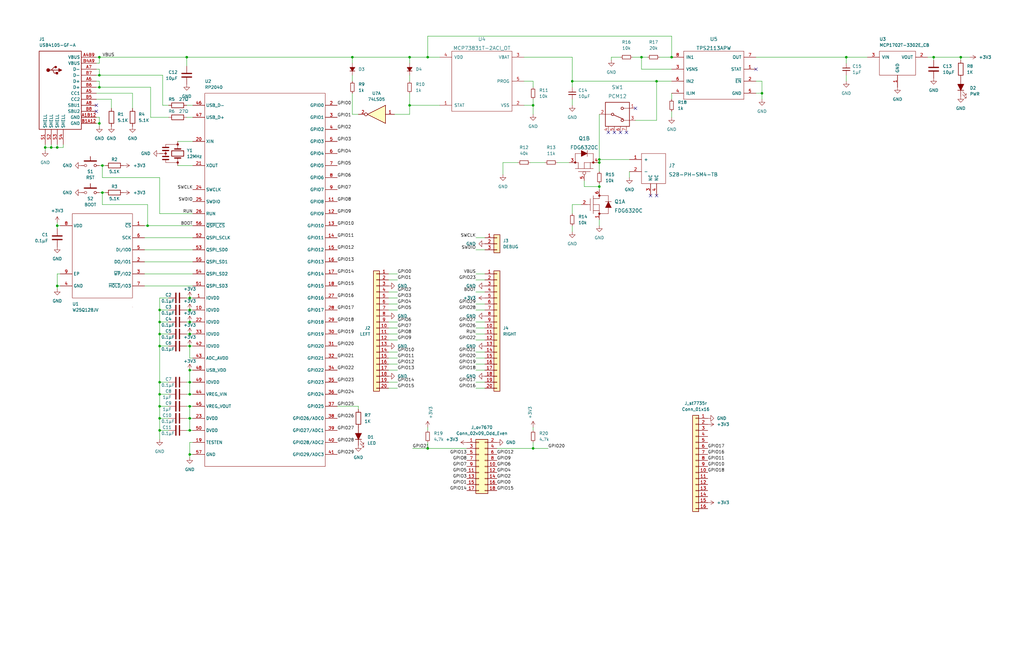
<source format=kicad_sch>
(kicad_sch (version 20211123) (generator eeschema)
  (paper "USLedger")
  (title_block (title "ENGR3430 final_proj_basedon_mp3") (date "2022-09-22") (company "Olin College of Engineering"))
  (junction (at 67.31 130.81))
  (junction (at 283.21 24.13))
  (junction (at 252.73 78.74))
  (junction (at 67.31 146.05))
  (junction (at 180.34 24.13))
  (junction (at 80.01 125.73))
  (junction (at 172.72 44.45))
  (junction (at 67.31 171.45))
  (junction (at 80.01 156.21))
  (junction (at 41.91 24.13))
  (junction (at 148.59 24.13))
  (junction (at 41.91 36.83))
  (junction (at 19.05 62.23))
  (junction (at 80.01 176.53))
  (junction (at 172.72 24.13))
  (junction (at 41.91 52.07))
  (junction (at 405.13 24.13))
  (junction (at 180.34 189.23))
  (junction (at 276.86 34.29))
  (junction (at 356.87 24.13))
  (junction (at 67.31 161.29))
  (junction (at 80.01 166.37))
  (junction (at 78.74 24.13))
  (junction (at 80.01 135.89))
  (junction (at 80.01 140.97))
  (junction (at 67.31 140.97))
  (junction (at 224.79 44.45))
  (junction (at 80.01 191.77))
  (junction (at 80.01 171.45))
  (junction (at 252.73 68.58))
  (junction (at 393.7 24.13))
  (junction (at 21.59 62.23))
  (junction (at 80.01 181.61))
  (junction (at 67.31 176.53))
  (junction (at 80.01 161.29))
  (junction (at 43.18 69.85))
  (junction (at 80.01 146.05))
  (junction (at 24.13 120.65))
  (junction (at 43.18 81.28))
  (junction (at 252.73 67.31))
  (junction (at 224.79 189.23))
  (junction (at 62.23 95.25))
  (junction (at 24.13 95.25))
  (junction (at 67.31 181.61))
  (junction (at 321.31 39.37))
  (junction (at 24.13 62.23))
  (junction (at 270.51 24.13))
  (junction (at 41.91 31.75))
  (junction (at 67.31 166.37))
  (junction (at 241.3 34.29))
  (junction (at 80.01 130.81))
  (junction (at 67.31 135.89))
  (no_connect (at 40.64 46.99))
  (no_connect (at 40.64 44.45))
  (no_connect (at 261.62 55.88))
  (no_connect (at 256.54 55.88))
  (no_connect (at 259.08 55.88))
  (no_connect (at 267.97 45.72))
  (no_connect (at 264.16 55.88))
  (no_connect (at 274.32 82.55))
  (no_connect (at 276.86 82.55))
  (no_connect (at 318.77 29.21))
  (wire (pts (xy 356.87 24.13) (xy 365.76 24.13)))
  (wire (pts (xy 78.74 146.05) (xy 80.01 146.05)))
  (wire (pts (xy 67.31 130.81) (xy 71.12 130.81)))
  (wire (pts (xy 78.74 140.97) (xy 80.01 140.97)))
  (wire (pts (xy 167.64 156.21) (xy 163.83 156.21)))
  (wire (pts (xy 67.31 146.05) (xy 67.31 140.97)))
  (wire (pts (xy 200.66 156.21) (xy 204.47 156.21)))
  (wire (pts (xy 40.64 36.83) (xy 41.91 36.83)))
  (wire (pts (xy 212.09 68.58) (xy 212.09 73.66)))
  (wire (pts (xy 68.58 31.75) (xy 68.58 44.45)))
  (wire (pts (xy 252.73 77.47) (xy 252.73 78.74)))
  (wire (pts (xy 180.34 15.24) (xy 283.21 15.24)))
  (wire (pts (xy 252.73 48.26) (xy 252.73 67.31)))
  (wire (pts (xy 41.91 36.83) (xy 63.5 36.83)))
  (wire (pts (xy 270.51 24.13) (xy 273.05 24.13)))
  (wire (pts (xy 80.01 166.37) (xy 81.28 166.37)))
  (wire (pts (xy 68.58 44.45) (xy 71.12 44.45)))
  (wire (pts (xy 356.87 31.75) (xy 356.87 34.29)))
  (wire (pts (xy 261.62 24.13) (xy 257.81 24.13)))
  (wire (pts (xy 200.66 148.59) (xy 204.47 148.59)))
  (wire (pts (xy 172.72 44.45) (xy 185.42 44.45)))
  (wire (pts (xy 148.59 24.13) (xy 148.59 26.67)))
  (wire (pts (xy 318.77 24.13) (xy 356.87 24.13)))
  (wire (pts (xy 62.23 86.36) (xy 62.23 95.25)))
  (wire (pts (xy 24.13 62.23) (xy 26.67 62.23)))
  (wire (pts (xy 67.31 166.37) (xy 67.31 161.29)))
  (wire (pts (xy 67.31 161.29) (xy 71.12 161.29)))
  (wire (pts (xy 270.51 24.13) (xy 270.51 29.21)))
  (wire (pts (xy 19.05 60.96) (xy 19.05 62.23)))
  (wire (pts (xy 43.18 86.36) (xy 62.23 86.36)))
  (wire (pts (xy 167.64 115.57) (xy 163.83 115.57)))
  (wire (pts (xy 200.66 153.67) (xy 204.47 153.67)))
  (wire (pts (xy 41.91 49.53) (xy 41.91 52.07)))
  (wire (pts (xy 80.01 146.05) (xy 81.28 146.05)))
  (wire (pts (xy 393.7 24.13) (xy 405.13 24.13)))
  (wire (pts (xy 41.91 36.83) (xy 41.91 34.29)))
  (wire (pts (xy 276.86 34.29) (xy 283.21 34.29)))
  (wire (pts (xy 200.66 135.89) (xy 204.47 135.89)))
  (wire (pts (xy 80.01 171.45) (xy 80.01 176.53)))
  (wire (pts (xy 40.64 29.21) (xy 41.91 29.21)))
  (wire (pts (xy 180.34 186.69) (xy 180.34 189.23)))
  (wire (pts (xy 163.83 123.19) (xy 167.64 123.19)))
  (wire (pts (xy 67.31 130.81) (xy 67.31 125.73)))
  (wire (pts (xy 67.31 135.89) (xy 67.31 130.81)))
  (wire (pts (xy 78.74 44.45) (xy 81.28 44.45)))
  (wire (pts (xy 80.01 161.29) (xy 81.28 161.29)))
  (wire (pts (xy 167.64 138.43) (xy 163.83 138.43)))
  (wire (pts (xy 55.88 39.37) (xy 55.88 45.72)))
  (wire (pts (xy 80.01 151.13) (xy 81.28 151.13)))
  (wire (pts (xy 78.74 161.29) (xy 80.01 161.29)))
  (wire (pts (xy 78.74 171.45) (xy 80.01 171.45)))
  (wire (pts (xy 276.86 34.29) (xy 276.86 50.8)))
  (wire (pts (xy 67.31 140.97) (xy 67.31 135.89)))
  (wire (pts (xy 321.31 39.37) (xy 321.31 41.91)))
  (wire (pts (xy 278.13 24.13) (xy 283.21 24.13)))
  (wire (pts (xy 67.31 146.05) (xy 71.12 146.05)))
  (wire (pts (xy 200.66 100.33) (xy 204.47 100.33)))
  (wire (pts (xy 60.96 95.25) (xy 62.23 95.25)))
  (wire (pts (xy 41.91 52.07) (xy 41.91 53.34)))
  (wire (pts (xy 163.83 128.27) (xy 167.64 128.27)))
  (wire (pts (xy 67.31 90.17) (xy 81.28 90.17)))
  (wire (pts (xy 241.3 41.91) (xy 241.3 44.45)))
  (wire (pts (xy 80.01 176.53) (xy 80.01 181.61)))
  (wire (pts (xy 81.28 125.73) (xy 80.01 125.73)))
  (wire (pts (xy 46.99 41.91) (xy 46.99 45.72)))
  (wire (pts (xy 24.13 96.52) (xy 24.13 95.25)))
  (wire (pts (xy 270.51 29.21) (xy 283.21 29.21)))
  (wire (pts (xy 24.13 115.57) (xy 24.13 120.65)))
  (wire (pts (xy 78.74 166.37) (xy 80.01 166.37)))
  (wire (pts (xy 43.18 81.28) (xy 44.45 81.28)))
  (wire (pts (xy 63.5 49.53) (xy 71.12 49.53)))
  (wire (pts (xy 166.37 48.26) (xy 172.72 48.26)))
  (wire (pts (xy 180.34 24.13) (xy 180.34 15.24)))
  (wire (pts (xy 167.64 161.29) (xy 163.83 161.29)))
  (wire (pts (xy 200.66 140.97) (xy 204.47 140.97)))
  (wire (pts (xy 200.66 118.11) (xy 204.47 118.11)))
  (wire (pts (xy 80.01 156.21) (xy 80.01 161.29)))
  (wire (pts (xy 283.21 39.37) (xy 283.21 41.91)))
  (wire (pts (xy 220.98 34.29) (xy 224.79 34.29)))
  (wire (pts (xy 81.28 171.45) (xy 80.01 171.45)))
  (wire (pts (xy 78.74 176.53) (xy 80.01 176.53)))
  (wire (pts (xy 148.59 48.26) (xy 151.13 48.26)))
  (wire (pts (xy 40.64 39.37) (xy 55.88 39.37)))
  (wire (pts (xy 257.81 24.13) (xy 257.81 25.4)))
  (wire (pts (xy 391.16 24.13) (xy 393.7 24.13)))
  (wire (pts (xy 224.79 44.45) (xy 224.79 48.26)))
  (wire (pts (xy 78.74 24.13) (xy 78.74 27.94)))
  (wire (pts (xy 218.44 68.58) (xy 212.09 68.58)))
  (wire (pts (xy 41.91 81.28) (xy 43.18 81.28)))
  (wire (pts (xy 163.83 130.81) (xy 167.64 130.81)))
  (wire (pts (xy 200.66 105.41) (xy 204.47 105.41)))
  (wire (pts (xy 24.13 93.98) (xy 24.13 95.25)))
  (wire (pts (xy 60.96 115.57) (xy 81.28 115.57)))
  (wire (pts (xy 21.59 60.96) (xy 21.59 62.23)))
  (wire (pts (xy 25.4 120.65) (xy 24.13 120.65)))
  (wire (pts (xy 80.01 156.21) (xy 81.28 156.21)))
  (wire (pts (xy 167.64 140.97) (xy 163.83 140.97)))
  (wire (pts (xy 41.91 69.85) (xy 43.18 69.85)))
  (wire (pts (xy 80.01 181.61) (xy 81.28 181.61)))
  (wire (pts (xy 41.91 24.13) (xy 41.91 26.67)))
  (wire (pts (xy 318.77 34.29) (xy 321.31 34.29)))
  (wire (pts (xy 41.91 26.67) (xy 40.64 26.67)))
  (wire (pts (xy 265.43 72.39) (xy 265.43 74.93)))
  (wire (pts (xy 41.91 31.75) (xy 68.58 31.75)))
  (wire (pts (xy 67.31 125.73) (xy 71.12 125.73)))
  (wire (pts (xy 318.77 39.37) (xy 321.31 39.37)))
  (wire (pts (xy 41.91 24.13) (xy 78.74 24.13)))
  (wire (pts (xy 148.59 24.13) (xy 172.72 24.13)))
  (wire (pts (xy 252.73 78.74) (xy 252.73 80.01)))
  (wire (pts (xy 252.73 67.31) (xy 265.43 67.31)))
  (wire (pts (xy 180.34 180.34) (xy 180.34 181.61)))
  (wire (pts (xy 224.79 41.91) (xy 224.79 44.45)))
  (wire (pts (xy 81.28 186.69) (xy 80.01 186.69)))
  (wire (pts (xy 241.3 34.29) (xy 276.86 34.29)))
  (wire (pts (xy 283.21 15.24) (xy 283.21 24.13)))
  (wire (pts (xy 67.31 176.53) (xy 71.12 176.53)))
  (wire (pts (xy 41.91 34.29) (xy 40.64 34.29)))
  (wire (pts (xy 67.31 171.45) (xy 67.31 166.37)))
  (wire (pts (xy 172.72 24.13) (xy 180.34 24.13)))
  (wire (pts (xy 405.13 24.13) (xy 408.94 24.13)))
  (wire (pts (xy 80.01 176.53) (xy 81.28 176.53)))
  (wire (pts (xy 41.91 31.75) (xy 40.64 31.75)))
  (wire (pts (xy 21.59 62.23) (xy 24.13 62.23)))
  (wire (pts (xy 245.11 86.36) (xy 241.3 86.36)))
  (wire (pts (xy 63.5 36.83) (xy 63.5 49.53)))
  (wire (pts (xy 223.52 68.58) (xy 229.87 68.58)))
  (wire (pts (xy 200.66 143.51) (xy 204.47 143.51)))
  (wire (pts (xy 24.13 120.65) (xy 24.13 121.92)))
  (wire (pts (xy 19.05 62.23) (xy 21.59 62.23)))
  (wire (pts (xy 142.24 171.45) (xy 151.13 171.45)))
  (wire (pts (xy 321.31 34.29) (xy 321.31 39.37)))
  (wire (pts (xy 180.34 189.23) (xy 196.85 189.23)))
  (wire (pts (xy 172.72 24.13) (xy 172.72 26.67)))
  (wire (pts (xy 172.72 31.75) (xy 172.72 34.29)))
  (wire (pts (xy 62.23 95.25) (xy 81.28 95.25)))
  (wire (pts (xy 80.01 146.05) (xy 80.01 151.13)))
  (wire (pts (xy 200.66 161.29) (xy 204.47 161.29)))
  (wire (pts (xy 80.01 186.69) (xy 80.01 191.77)))
  (wire (pts (xy 172.72 44.45) (xy 172.72 48.26)))
  (wire (pts (xy 40.64 49.53) (xy 41.91 49.53)))
  (wire (pts (xy 200.66 115.57) (xy 204.47 115.57)))
  (wire (pts (xy 151.13 172.72) (xy 151.13 171.45)))
  (wire (pts (xy 80.01 135.89) (xy 81.28 135.89)))
  (wire (pts (xy 209.55 189.23) (xy 224.79 189.23)))
  (wire (pts (xy 241.3 24.13) (xy 241.3 34.29)))
  (wire (pts (xy 67.31 181.61) (xy 71.12 181.61)))
  (wire (pts (xy 167.64 148.59) (xy 163.83 148.59)))
  (wire (pts (xy 60.96 100.33) (xy 81.28 100.33)))
  (wire (pts (xy 224.79 186.69) (xy 224.79 189.23)))
  (wire (pts (xy 200.66 123.19) (xy 204.47 123.19)))
  (wire (pts (xy 67.31 166.37) (xy 71.12 166.37)))
  (wire (pts (xy 167.64 135.89) (xy 163.83 135.89)))
  (wire (pts (xy 19.05 63.5) (xy 19.05 62.23)))
  (wire (pts (xy 224.79 34.29) (xy 224.79 36.83)))
  (wire (pts (xy 246.38 76.2) (xy 246.38 78.74)))
  (wire (pts (xy 60.96 110.49) (xy 81.28 110.49)))
  (wire (pts (xy 41.91 29.21) (xy 41.91 31.75)))
  (wire (pts (xy 41.91 52.07) (xy 40.64 52.07)))
  (wire (pts (xy 24.13 60.96) (xy 24.13 62.23)))
  (wire (pts (xy 67.31 171.45) (xy 71.12 171.45)))
  (wire (pts (xy 180.34 24.13) (xy 185.42 24.13)))
  (wire (pts (xy 148.59 31.75) (xy 148.59 34.29)))
  (wire (pts (xy 60.96 120.65) (xy 81.28 120.65)))
  (wire (pts (xy 26.67 62.23) (xy 26.67 60.96)))
  (wire (pts (xy 24.13 95.25) (xy 25.4 95.25)))
  (wire (pts (xy 43.18 74.93) (xy 67.31 74.93)))
  (wire (pts (xy 78.74 135.89) (xy 80.01 135.89)))
  (wire (pts (xy 393.7 24.13) (xy 393.7 25.4)))
  (wire (pts (xy 276.86 50.8) (xy 267.97 50.8)))
  (wire (pts (xy 80.01 161.29) (xy 80.01 166.37)))
  (wire (pts (xy 81.28 191.77) (xy 80.01 191.77)))
  (wire (pts (xy 43.18 69.85) (xy 44.45 69.85)))
  (wire (pts (xy 80.01 130.81) (xy 81.28 130.81)))
  (wire (pts (xy 43.18 69.85) (xy 43.18 74.93)))
  (wire (pts (xy 167.64 143.51) (xy 163.83 143.51)))
  (wire (pts (xy 40.64 24.13) (xy 41.91 24.13)))
  (wire (pts (xy 252.73 67.31) (xy 252.73 68.58)))
  (wire (pts (xy 283.21 46.99) (xy 283.21 49.53)))
  (wire (pts (xy 252.73 92.71) (xy 252.73 95.25)))
  (wire (pts (xy 266.7 24.13) (xy 270.51 24.13)))
  (wire (pts (xy 74.93 59.69) (xy 81.28 59.69)))
  (wire (pts (xy 241.3 34.29) (xy 241.3 36.83)))
  (wire (pts (xy 78.74 24.13) (xy 148.59 24.13)))
  (wire (pts (xy 67.31 185.42) (xy 67.31 181.61)))
  (wire (pts (xy 200.66 151.13) (xy 204.47 151.13)))
  (wire (pts (xy 60.96 105.41) (xy 81.28 105.41)))
  (wire (pts (xy 405.13 24.13) (xy 405.13 25.4)))
  (wire (pts (xy 241.3 95.25) (xy 241.3 97.79)))
  (wire (pts (xy 220.98 24.13) (xy 241.3 24.13)))
  (wire (pts (xy 148.59 39.37) (xy 148.59 48.26)))
  (wire (pts (xy 200.66 163.83) (xy 204.47 163.83)))
  (wire (pts (xy 220.98 44.45) (xy 224.79 44.45)))
  (wire (pts (xy 78.74 130.81) (xy 80.01 130.81)))
  (wire (pts (xy 43.18 81.28) (xy 43.18 86.36)))
  (wire (pts (xy 167.64 163.83) (xy 163.83 163.83)))
  (wire (pts (xy 25.4 115.57) (xy 24.13 115.57)))
  (wire (pts (xy 200.66 130.81) (xy 204.47 130.81)))
  (wire (pts (xy 224.79 189.23) (xy 231.14 189.23)))
  (wire (pts (xy 224.79 180.34) (xy 224.79 181.61)))
  (wire (pts (xy 241.3 86.36) (xy 241.3 90.17)))
  (wire (pts (xy 356.87 24.13) (xy 356.87 26.67)))
  (wire (pts (xy 167.64 153.67) (xy 163.83 153.67)))
  (wire (pts (xy 67.31 146.05) (xy 67.31 161.29)))
  (wire (pts (xy 167.64 118.11) (xy 163.83 118.11)))
  (wire (pts (xy 173.99 189.23) (xy 180.34 189.23)))
  (wire (pts (xy 78.74 49.53) (xy 81.28 49.53)))
  (wire (pts (xy 80.01 140.97) (xy 81.28 140.97)))
  (wire (pts (xy 67.31 74.93) (xy 67.31 90.17)))
  (wire (pts (xy 167.64 151.13) (xy 163.83 151.13)))
  (wire (pts (xy 74.93 69.85) (xy 81.28 69.85)))
  (wire (pts (xy 163.83 125.73) (xy 167.64 125.73)))
  (wire (pts (xy 40.64 41.91) (xy 46.99 41.91)))
  (wire (pts (xy 200.66 138.43) (xy 204.47 138.43)))
  (wire (pts (xy 172.72 39.37) (xy 172.72 44.45)))
  (wire (pts (xy 67.31 176.53) (xy 67.31 171.45)))
  (wire (pts (xy 78.74 181.61) (xy 80.01 181.61)))
  (wire (pts (xy 246.38 78.74) (xy 252.73 78.74)))
  (wire (pts (xy 80.01 191.77) (xy 80.01 193.04)))
  (wire (pts (xy 67.31 135.89) (xy 71.12 135.89)))
  (wire (pts (xy 67.31 140.97) (xy 71.12 140.97)))
  (wire (pts (xy 67.31 181.61) (xy 67.31 176.53)))
  (wire (pts (xy 252.73 68.58) (xy 252.73 72.39)))
  (wire (pts (xy 234.95 68.58) (xy 240.03 68.58)))
  (wire (pts (xy 200.66 128.27) (xy 204.47 128.27)))
  (wire (pts (xy 78.74 125.73) (xy 80.01 125.73)))
  (label "GPIO9" (at 167.64 143.51 0))
  (label "GPIO6" (at 209.55 196.85 0))
  (label "GPIO21" (at 142.24 151.13 0))
  (label "GPIO10" (at 298.45 196.85 0))
  (label "GPIO11" (at 298.45 194.31 0))
  (label "GPIO6" (at 167.64 135.89 0))
  (label "GPIO20" (at 231.14 189.23 0))
  (label "GPIO17" (at 142.24 130.81 0))
  (label "GPIO14" (at 167.64 161.29 0))
  (label "GPIO16" (at 142.24 125.73 0))
  (label "GPIO3" (at 167.64 125.73 0))
  (label "GPIO12" (at 142.24 105.41 0))
  (label "GPIO18" (at 298.45 199.39 0))
  (label "GPIO23" (at 200.66 118.11 180))
  (label "GPIO17" (at 200.66 161.29 180))
  (label "GPIO5" (at 196.85 199.39 180))
  (label "GPIO27" (at 200.66 135.89 180))
  (label "GPIO7" (at 196.85 196.85 180))
  (label "GPIO21" (at 200.66 148.59 180))
  (label "GPIO4" (at 142.24 64.77 0))
  (label "GPIO28" (at 200.66 130.81 180))
  (label "RUN" (at 81.28 90.17 180))
  (label "GPIO10" (at 142.24 95.25 0))
  (label "GPIO13" (at 167.64 156.21 0))
  (label "SWDIO" (at 81.28 85.09 180))
  (label "GPIO29" (at 200.66 128.27 180))
  (label "GPIO6" (at 142.24 74.93 0))
  (label "SWCLK" (at 81.28 80.01 180))
  (label "GPIO17" (at 298.45 189.23 0))
  (label "GPIO28" (at 142.24 186.69 0))
  (label "GPIO24" (at 142.24 166.37 0))
  (label "GPIO27" (at 142.24 181.61 0))
  (label "GPIO19" (at 200.66 153.67 180))
  (label "GPIO15" (at 167.64 163.83 0))
  (label "GPIO26" (at 142.24 176.53 0))
  (label "GPIO0" (at 167.64 115.57 0))
  (label "GPIO1" (at 167.64 118.11 0))
  (label "SWDIO" (at 200.66 105.41 180))
  (label "GPIO4" (at 167.64 128.27 0))
  (label "GPIO7" (at 167.64 138.43 0))
  (label "GPIO13" (at 196.85 191.77 180))
  (label "GPIO14" (at 196.85 207.01 180))
  (label "GPIO1" (at 142.24 49.53 0))
  (label "GPIO12" (at 167.64 153.67 0))
  (label "GPIO25" (at 142.24 171.45 0))
  (label "GPIO9" (at 142.24 90.17 0))
  (label "GPIO0" (at 142.24 44.45 0))
  (label "GPIO14" (at 142.24 115.57 0))
  (label "GPIO18" (at 142.24 135.89 0))
  (label "GPIO15" (at 142.24 120.65 0))
  (label "VBUS" (at 43.18 24.13 0))
  (label "GPIO3" (at 196.85 201.93 180))
  (label "GPIO4" (at 209.55 199.39 0))
  (label "GPIO16" (at 200.66 163.83 180))
  (label "GPIO2" (at 209.55 201.93 0))
  (label "GPIO15" (at 209.55 207.01 0))
  (label "BOOT" (at 81.28 95.25 180))
  (label "GPIO10" (at 167.64 148.59 0))
  (label "GPIO11" (at 167.64 151.13 0))
  (label "GPIO13" (at 142.24 110.49 0))
  (label "GPIO5" (at 167.64 130.81 0))
  (label "GPIO20" (at 142.24 146.05 0))
  (label "GPIO8" (at 142.24 85.09 0))
  (label "GPIO11" (at 142.24 100.33 0))
  (label "GPIO21" (at 173.99 189.23 0))
  (label "GPIO8" (at 196.85 194.31 180))
  (label "GPIO9" (at 209.55 194.31 0))
  (label "GPIO16" (at 298.45 191.77 0))
  (label "BOOT" (at 200.66 123.19 180))
  (label "RUN" (at 200.66 140.97 180))
  (label "VBUS" (at 200.66 115.57 180))
  (label "GPIO2" (at 142.24 54.61 0))
  (label "GPIO12" (at 209.55 191.77 0))
  (label "GPIO0" (at 209.55 204.47 0))
  (label "GPIO22" (at 200.66 143.51 180))
  (label "GPIO19" (at 142.24 140.97 0))
  (label "GPIO29" (at 142.24 191.77 0))
  (label "GPIO2" (at 167.64 123.19 0))
  (label "GPIO26" (at 200.66 138.43 180))
  (label "GPIO18" (at 200.66 156.21 180))
  (label "GPIO5" (at 142.24 69.85 0))
  (label "SWCLK" (at 200.66 100.33 180))
  (label "GPIO3" (at 142.24 59.69 0))
  (label "GPIO7" (at 142.24 80.01 0))
  (label "GPIO8" (at 167.64 140.97 0))
  (label "GPIO1" (at 196.85 204.47 180))
  (label "GPIO20" (at 200.66 151.13 180))
  (label "GPIO23" (at 142.24 161.29 0))
  (label "GPIO22" (at 142.24 156.21 0))
  (symbol (lib_id "Device:C_Small") (at 241.3 39.37 0) (unit 1)
    (property "Reference" "C14" (at 243.84 38.1062 0) (effects (justify left)))
    (property "Value" "10µF" (at 243.84 40.6462 0) (effects (justify left)))
  )
  (symbol (lib_id "Connector_Generic:Conn_01x20") (at 209.55 138.43 0) (unit 1)
    (property "Reference" "J4" (at 212.09 138.4299 0) (effects (justify left)))
    (property "Value" "RIGHT" (at 212.09 140.9699 0) (effects (justify left)))
  )
  (symbol (lib_id "Eclectronics:PCM12") (at 260.35 48.26 0) (unit 1)
    (property "Reference" "SW1" (at 260.35 36.83 0) (effects (font (size 1.524 1.524))))
    (property "Value" "PCM12" (at 260.35 40.64 0) (effects (font (size 1.524 1.524))))
  )
  (symbol (lib_id "Connector_Generic:Conn_01x03") (at 209.55 102.87 0) (unit 1)
    (property "Reference" "J3" (at 212.09 101.5999 0) (effects (justify left)))
    (property "Value" "DEBUG" (at 212.09 104.1399 0) (effects (justify left)))
  )
  (symbol (lib_id "power:GND") (at 163.83 158.75 90) (unit 1)
    (property "Reference" "#PWR022" (effects hide))
    (property "Value" "GND" (at 167.64 158.7499 90) (effects (justify right)))
  )
  (symbol (lib_id "power:GND") (at 321.31 41.91 0) (unit 1)
    (property "Reference" "#PWR?" (effects hide))
    (property "Value" "GND" (at 321.31 46.99 0))
  )
  (symbol (lib_id "power:+3V3") (at 298.45 179.07 270) (mirror x) (unit 1)
    (property "Reference" "#PWR?" (effects hide))
    (property "Value" "+3V3" (at 302.26 179.0699 90) (effects (justify left)))
  )
  (symbol (lib_id "power:GND") (at 34.29 81.28 270) (unit 1)
    (property "Reference" "#PWR06" (effects hide))
    (property "Value" "GND" (at 30.48 81.2799 90) (effects (justify right)))
  )
  (symbol (lib_id "power:GND") (at 19.05 63.5 0) (unit 1)
    (property "Reference" "#PWR01" (effects hide))
    (property "Value" "GND" (at 19.05 68.58 0))
  )
  (symbol (lib_id "Device:C_Small") (at 356.87 29.21 0) (unit 1)
    (property "Reference" "C15" (at 359.41 27.9462 0) (effects (justify left)))
    (property "Value" "1µF" (at 359.41 30.4862 0) (effects (justify left)))
  )
  (symbol (lib_id "power:+3V3") (at 80.01 135.89 0) (unit 1)
    (property "Reference" "#PWR?" (effects hide))
    (property "Value" "+3V3" (at 80.01 132.08 0))
  )
  (symbol (lib_id "Device:R_Small") (at 252.73 74.93 0) (unit 1)
    (property "Reference" "R15" (at 255.27 73.6599 0) (effects (justify left)))
    (property "Value" "10k" (at 255.27 76.1999 0) (effects (justify left)))
  )
  (symbol (lib_id "Device:R") (at 74.93 49.53 90) (unit 1)
    (property "Reference" "R6" (at 72.39 46.99 90))
    (property "Value" "27Ω" (at 77.47 46.99 90))
  )
  (symbol (lib_id "power:GND") (at 204.47 102.87 270) (unit 1)
    (property "Reference" "#PWR026" (effects hide))
    (property "Value" "GND" (at 200.66 102.8699 90) (effects (justify right)))
  )
  (symbol (lib_id "Connector_Generic:Conn_02x09_Odd_Even") (at 201.93 196.85 0) (unit 1)
    (property "Reference" "J_ov7670" (at 203.2 180.34 0))
    (property "Value" "Conn_02x09_Odd_Even" (at 203.2 182.88 0))
  )
  (symbol (lib_id "power:GND") (at 241.3 44.45 0) (unit 1)
    (property "Reference" "#PWR?" (effects hide))
    (property "Value" "GND" (at 241.3 49.53 0))
  )
  (symbol (lib_id "Eclectronics:SW") (at 38.1 69.85 270) (unit 1)
    (property "Reference" "S1" (at 38.1 72.39 90))
    (property "Value" "RST" (at 38.1 74.93 90))
  )
  (symbol (lib_id "Device:C") (at 74.93 140.97 270) (unit 1)
    (property "Reference" "C5" (at 72.39 139.7 90) (effects (justify right)))
    (property "Value" "0.1µF" (at 73.66 142.24 90) (effects (justify right)))
  )
  (symbol (lib_id "power:GND") (at 209.55 186.69 90) (mirror x) (unit 1)
    (property "Reference" "#PWR?" (effects hide))
    (property "Value" "GND" (at 213.36 186.6899 90) (effects (justify right)))
  )
  (symbol (lib_id "Device:C") (at 74.93 176.53 270) (unit 1)
    (property "Reference" "C10" (at 72.39 175.26 90) (effects (justify right)))
    (property "Value" "0.1µF" (at 73.66 177.8 90) (effects (justify right)))
  )
  (symbol (lib_id "Connector_Generic:Conn_01x16") (at 293.37 194.31 0) (mirror y) (unit 1)
    (property "Reference" "J_st7735r" (at 293.37 170.18 0))
    (property "Value" "Conn_01x16" (at 293.37 172.72 0))
  )
  (symbol (lib_id "Eclectronics:S2B-PH-SM4-TB") (at 275.59 69.85 0) (unit 1)
    (property "Reference" "J?" (at 281.94 69.85 0) (effects (font (size 1.524 1.524)) (justify left)))
    (property "Value" "S2B-PH-SM4-TB" (at 281.94 73.66 0) (effects (font (size 1.524 1.524)) (justify left)))
  )
  (symbol (lib_id "Device:C") (at 24.13 100.33 0) (mirror x) (unit 1)
    (property "Reference" "C1" (at 20.32 99.0599 0) (effects (justify right)))
    (property "Value" "0.1µF" (at 20.32 101.5999 0) (effects (justify right)))
  )
  (symbol (lib_id "power:GND") (at 46.99 53.34 0) (unit 1)
    (property "Reference" "#PWR08" (effects hide))
    (property "Value" "GND" (at 46.99 58.42 0))
  )
  (symbol (lib_id "power:GND") (at 378.46 36.83 0) (unit 1)
    (property "Reference" "#PWR018" (effects hide))
    (property "Value" "GND" (at 378.46 41.91 0))
  )
  (symbol (lib_id "Device:C") (at 74.93 146.05 270) (unit 1)
    (property "Reference" "C6" (at 72.39 144.78 90) (effects (justify right)))
    (property "Value" "0.1µF" (at 73.66 147.32 90) (effects (justify right)))
  )
  (symbol (lib_id "Device:R") (at 48.26 69.85 90) (unit 1)
    (property "Reference" "R2" (at 48.26 67.31 90))
    (property "Value" "5.1K" (at 48.26 72.39 90))
  )
  (symbol (lib_id "power:GND") (at 163.83 146.05 90) (unit 1)
    (property "Reference" "#PWR021" (effects hide))
    (property "Value" "GND" (at 167.64 146.0499 90) (effects (justify right)))
  )
  (symbol (lib_id "Eclectronics:SW") (at 38.1 81.28 270) (unit 1)
    (property "Reference" "S2" (at 38.1 83.82 90))
    (property "Value" "BOOT" (at 38.1 86.36 90))
  )
  (symbol (lib_id "power:+3V3") (at 408.94 24.13 270) (unit 1)
    (property "Reference" "#PWR025" (effects hide))
    (property "Value" "+3V3" (at 412.75 24.1299 90) (effects (justify left)))
  )
  (symbol (lib_id "power:+3V3") (at 80.01 130.81 0) (unit 1)
    (property "Reference" "#PWR?" (effects hide))
    (property "Value" "+3V3" (at 80.01 127 0))
  )
  (symbol (lib_id "power:GND") (at 393.7 33.02 0) (unit 1)
    (property "Reference" "#PWR023" (effects hide))
    (property "Value" "GND" (at 393.7 38.1 0))
  )
  (symbol (lib_id "Device:R_Small") (at 224.79 39.37 0) (unit 1)
    (property "Reference" "R11" (at 227.33 38.0999 0) (effects (justify left)))
    (property "Value" "10k" (at 227.33 40.6399 0) (effects (justify left)))
  )
  (symbol (lib_id "Device:R_Small") (at 220.98 68.58 90) (unit 1)
    (property "Reference" "R12" (at 220.98 62.23 90))
    (property "Value" "40k" (at 220.98 64.77 90))
  )
  (symbol (lib_id "power:GND") (at 24.13 104.14 0) (unit 1)
    (property "Reference" "#PWR03" (effects hide))
    (property "Value" "GND" (at 24.13 109.22 0))
  )
  (symbol (lib_id "Eclectronics:MCP73831T-2ACI_OT") (at 203.2 34.29 0) (unit 1)
    (property "Reference" "U4" (at 203.2 16.51 0) (effects (font (size 1.524 1.524))))
    (property "Value" "MCP73831T-2ACI_OT" (at 203.2 20.32 0) (effects (font (size 1.524 1.524))))
  )
  (symbol (lib_id "Device:LED_Filled") (at 405.13 36.83 90) (unit 1)
    (property "Reference" "D2" (at 408.94 37.1474 90) (effects (justify right)))
    (property "Value" "PWR" (at 408.94 39.6874 90) (effects (justify right)))
  )
  (symbol (lib_id "power:GND") (at 41.91 53.34 0) (unit 1)
    (property "Reference" "#PWR07" (effects hide))
    (property "Value" "GND" (at 41.91 58.42 0))
  )
  (symbol (lib_id "power:GND") (at 80.01 193.04 0) (unit 1)
    (property "Reference" "#PWR015" (effects hide))
    (property "Value" "GND" (at 80.01 198.12 0))
  )
  (symbol (lib_id "Eclectronics:USB4105-GF-A") (at 25.4 38.1 0) (unit 1)
    (property "Reference" "J1" (at 16.51 16.51 0) (effects (justify left)))
    (property "Value" "USB4105-GF-A" (at 16.51 19.05 0) (effects (justify left)))
  )
  (symbol (lib_id "power:GND") (at 34.29 69.85 270) (unit 1)
    (property "Reference" "#PWR05" (effects hide))
    (property "Value" "GND" (at 30.48 69.8499 90) (effects (justify right)))
  )
  (symbol (lib_id "power:GND") (at 163.83 133.35 90) (unit 1)
    (property "Reference" "#PWR020" (effects hide))
    (property "Value" "GND" (at 167.64 133.3499 90) (effects (justify right)))
  )
  (symbol (lib_id "Device:R_Small") (at 264.16 24.13 90) (unit 1)
    (property "Reference" "R16" (at 264.16 17.78 90))
    (property "Value" "10k" (at 264.16 20.32 90))
  )
  (symbol (lib_id "power:GND") (at 224.79 48.26 0) (unit 1)
    (property "Reference" "#PWR?" (effects hide))
    (property "Value" "GND" (at 224.79 53.34 0))
  )
  (symbol (lib_id "power:+3V3") (at 52.07 81.28 270) (unit 1)
    (property "Reference" "#PWR010" (effects hide))
    (property "Value" "+3V3" (at 56.134 81.2799 90) (effects (justify left)))
  )
  (symbol (lib_id "power:GND") (at 151.13 187.96 0) (unit 1)
    (property "Reference" "#PWR016" (effects hide))
    (property "Value" "GND" (at 151.13 193.04 0))
  )
  (symbol (lib_id "power:+3V3") (at 52.07 69.85 270) (unit 1)
    (property "Reference" "#PWR09" (effects hide))
    (property "Value" "+3V3" (at 56.134 69.8499 90) (effects (justify left)))
  )
  (symbol (lib_id "power:GND") (at 204.47 158.75 270) (unit 1)
    (property "Reference" "#PWR031" (effects hide))
    (property "Value" "GND" (at 200.66 158.7499 90) (effects (justify right)))
  )
  (symbol (lib_id "Device:C") (at 74.93 130.81 270) (unit 1)
    (property "Reference" "C3" (at 72.39 129.54 90) (effects (justify right)))
    (property "Value" "0.1µF" (at 73.66 132.08 90) (effects (justify right)))
  )
  (symbol (lib_id "Device:R_Small") (at 283.21 44.45 0) (unit 1)
    (property "Reference" "R18" (at 285.75 43.1799 0) (effects (justify left)))
    (property "Value" "1k" (at 285.75 45.7199 0) (effects (justify left)))
  )
  (symbol (lib_id "Device:C") (at 74.93 166.37 270) (unit 1)
    (property "Reference" "C8" (at 72.39 165.1 90) (effects (justify right)))
    (property "Value" "1µF" (at 72.39 167.64 90) (effects (justify right)))
  )
  (symbol (lib_id "power:GND") (at 405.13 40.64 0) (unit 1)
    (property "Reference" "#PWR024" (effects hide))
    (property "Value" "GND" (at 405.13 45.72 0))
  )
  (symbol (lib_id "Device:C") (at 78.74 31.75 0) (mirror x) (unit 1)
    (property "Reference" "C12" (at 74.93 30.4799 0) (effects (justify right)))
    (property "Value" "10µF" (at 74.93 33.0199 0) (effects (justify right)))
  )
  (symbol (lib_id "Device:D_Small_Filled") (at 172.72 29.21 90) (unit 1)
    (property "Reference" "D4" (at 175.26 29.2099 90) (effects (justify right)))
    (property "Value" "D_Small_Filled" (effects hide))
  )
  (symbol (lib_id "Device:R") (at 151.13 176.53 0) (unit 1)
    (property "Reference" "R7" (at 153.67 175.2599 0) (effects (justify left)))
    (property "Value" "1K" (at 153.67 177.7999 0) (effects (justify left)))
  )
  (symbol (lib_id "Device:C") (at 393.7 29.21 0) (unit 1)
    (property "Reference" "C13" (at 397.51 27.9399 0) (effects (justify left)))
    (property "Value" "10µF" (at 397.51 30.4799 0) (effects (justify left)))
  )
  (symbol (lib_id "power:GND") (at 163.83 120.65 90) (unit 1)
    (property "Reference" "#PWR019" (effects hide))
    (property "Value" "GND" (at 167.64 120.6499 90) (effects (justify right)))
  )
  (symbol (lib_id "power:GND") (at 204.47 146.05 270) (unit 1)
    (property "Reference" "#PWR030" (effects hide))
    (property "Value" "GND" (at 200.66 146.0499 90) (effects (justify right)))
  )
  (symbol (lib_id "power:+3V3") (at 80.01 146.05 0) (unit 1)
    (property "Reference" "#PWR?" (effects hide))
    (property "Value" "+3V3" (at 80.01 142.24 0))
  )
  (symbol (lib_id "Device:R") (at 74.93 44.45 90) (unit 1)
    (property "Reference" "R5" (at 72.39 41.91 90))
    (property "Value" "27Ω" (at 77.47 41.91 90))
  )
  (symbol (lib_id "power:+3V3") (at 298.45 212.09 270) (mirror x) (unit 1)
    (property "Reference" "#PWR?" (effects hide))
    (property "Value" "+3V3" (at 302.26 212.0899 90) (effects (justify left)))
  )
  (symbol (lib_id "power:GND") (at 257.81 25.4 0) (unit 1)
    (property "Reference" "#PWR?" (effects hide))
    (property "Value" "GND" (at 257.81 30.48 0))
  )
  (symbol (lib_id "power:+3V3") (at 80.01 125.73 0) (unit 1)
    (property "Reference" "#PWR014" (effects hide))
    (property "Value" "+3V3" (at 80.01 121.92 0))
  )
  (symbol (lib_id "power:+3V3") (at 204.47 125.73 90) (unit 1)
    (property "Reference" "#PWR028" (effects hide))
    (property "Value" "+3V3" (at 200.66 125.7299 90) (effects (justify left)))
  )
  (symbol (lib_id "power:GND") (at 24.13 121.92 0) (unit 1)
    (property "Reference" "#PWR04" (effects hide))
    (property "Value" "GND" (at 24.13 127 0))
  )
  (symbol (lib_id "Device:R_Small") (at 275.59 24.13 90) (unit 1)
    (property "Reference" "R17" (at 275.59 17.78 90))
    (property "Value" "20k" (at 275.59 20.32 90))
  )
  (symbol (lib_id "Device:C") (at 74.93 171.45 270) (unit 1)
    (property "Reference" "C9" (at 72.39 170.18 90) (effects (justify right)))
    (property "Value" "1µF" (at 72.39 172.72 90) (effects (justify right)))
  )
  (symbol (lib_id "Device:D_Small_Filled") (at 148.59 29.21 90) (unit 1)
    (property "Reference" "D3" (at 151.13 29.2099 90) (effects (justify right)))
    (property "Value" "D_Small_Filled" (effects hide))
  )
  (symbol (lib_id "Eclectronics:FDG6320C") (at 246.38 68.58 270) (mirror x) (unit 2)
    (property "Reference" "Q1" (at 246.38 58.42 90) (effects (font (size 1.524 1.524))))
    (property "Value" "FDG6320C" (at 246.38 62.23 90) (effects (font (size 1.524 1.524))))
  )
  (symbol (lib_id "Device:R_Small") (at 232.41 68.58 90) (unit 1)
    (property "Reference" "R13" (at 232.41 62.23 90))
    (property "Value" "11k" (at 232.41 64.77 90))
  )
  (symbol (lib_id "Eclectronics:W25Q128JV") (at 43.18 107.95 0) (unit 1)
    (property "Reference" "U1" (at 30.48 128.27 0) (effects (justify left)))
    (property "Value" "W25Q128JV" (at 30.48 130.81 0) (effects (justify left)))
  )
  (symbol (lib_id "Device:R") (at 48.26 81.28 90) (unit 1)
    (property "Reference" "R3" (at 48.26 78.74 90))
    (property "Value" "5.1K" (at 48.26 83.82 90))
  )
  (symbol (lib_id "power:+3V3") (at 80.01 156.21 0) (unit 1)
    (property "Reference" "#PWR?" (effects hide))
    (property "Value" "+3V3" (at 80.01 152.4 0))
  )
  (symbol (lib_id "Device:R_Small") (at 180.34 184.15 0) (unit 1)
    (property "Reference" "R19" (at 182.88 182.8799 0) (effects (justify left)))
    (property "Value" "4.7k" (at 182.88 185.4199 0) (effects (justify left)))
  )
  (symbol (lib_id "power:+3V3") (at 80.01 140.97 0) (unit 1)
    (property "Reference" "#PWR?" (effects hide))
    (property "Value" "+3V3" (at 80.01 137.16 0))
  )
  (symbol (lib_id "Device:LED_Filled") (at 151.13 184.15 90) (unit 1)
    (property "Reference" "D1" (at 154.94 184.4674 90) (effects (justify right)))
    (property "Value" "LED" (at 154.94 187.0074 90) (effects (justify right)))
  )
  (symbol (lib_id "Device:C") (at 74.93 135.89 270) (unit 1)
    (property "Reference" "C4" (at 72.39 134.62 90) (effects (justify right)))
    (property "Value" "0.1µF" (at 73.66 137.16 90) (effects (justify right)))
  )
  (symbol (lib_id "power:GND") (at 241.3 97.79 0) (unit 1)
    (property "Reference" "#PWR?" (effects hide))
    (property "Value" "GND" (at 241.3 102.87 0))
  )
  (symbol (lib_id "power:GND") (at 67.31 64.77 270) (unit 1)
    (property "Reference" "#PWR012" (effects hide))
    (property "Value" "GND" (at 63.5 64.7699 90) (effects (justify right)))
  )
  (symbol (lib_id "Eclectronics:Crystal") (at 74.93 64.77 270) (unit 1)
    (property "Reference" "Y1" (at 78.74 63.5 90) (effects (justify left)))
    (property "Value" "12MHz" (at 78.74 66.04 90) (effects (justify left)))
  )
  (symbol (lib_id "power:GND") (at 212.09 73.66 0) (unit 1)
    (property "Reference" "#PWR?" (effects hide))
    (property "Value" "GND" (at 212.09 78.74 0))
  )
  (symbol (lib_id "power:+3V3") (at 24.13 93.98 0) (unit 1)
    (property "Reference" "#PWR02" (effects hide))
    (property "Value" "+3V3" (at 24.13 88.9 0))
  )
  (symbol (lib_id "power:GND") (at 204.47 133.35 270) (unit 1)
    (property "Reference" "#PWR029" (effects hide))
    (property "Value" "GND" (at 200.66 133.3499 90) (effects (justify right)))
  )
  (symbol (lib_id "Eclectronics:RP2040") (at 111.76 118.11 0) (unit 1)
    (property "Reference" "U2" (at 86.36 34.29 0) (effects (justify left)))
    (property "Value" "RP2040" (at 86.36 36.83 0) (effects (justify left)))
  )
  (symbol (lib_id "Device:R_Small") (at 172.72 36.83 0) (unit 1)
    (property "Reference" "R10" (at 175.26 35.5599 0) (effects (justify left)))
    (property "Value" "1k" (at 175.26 38.0999 0) (effects (justify left)))
  )
  (symbol (lib_id "power:GND") (at 356.87 34.29 0) (unit 1)
    (property "Reference" "#PWR?" (effects hide))
    (property "Value" "GND" (at 356.87 39.37 0))
  )
  (symbol (lib_id "Device:C") (at 74.93 161.29 270) (unit 1)
    (property "Reference" "C7" (at 72.39 160.02 90) (effects (justify right)))
    (property "Value" "0.1µF" (at 73.66 162.56 90) (effects (justify right)))
  )
  (symbol (lib_id "power:GND") (at 55.88 53.34 0) (unit 1)
    (property "Reference" "#PWR011" (effects hide))
    (property "Value" "GND" (at 55.88 58.42 0))
  )
  (symbol (lib_id "Device:C") (at 74.93 181.61 270) (unit 1)
    (property "Reference" "C11" (at 72.39 180.34 90) (effects (justify right)))
    (property "Value" "0.1µF" (at 73.66 182.88 90) (effects (justify right)))
  )
  (symbol (lib_id "Device:R") (at 405.13 29.21 0) (unit 1)
    (property "Reference" "R8" (at 407.67 27.9399 0) (effects (justify left)))
    (property "Value" "1K" (at 407.67 30.4799 0) (effects (justify left)))
  )
  (symbol (lib_id "power:GND") (at 67.31 185.42 0) (unit 1)
    (property "Reference" "#PWR013" (effects hide))
    (property "Value" "GND" (at 67.31 190.5 0))
  )
  (symbol (lib_id "Device:R_Small") (at 224.79 184.15 0) (unit 1)
    (property "Reference" "R20" (at 227.33 182.8799 0) (effects (justify left)))
    (property "Value" "4.7k" (at 227.33 185.4199 0) (effects (justify left)))
  )
  (symbol (lib_id "power:GND") (at 298.45 176.53 90) (mirror x) (unit 1)
    (property "Reference" "#PWR?" (effects hide))
    (property "Value" "GND" (at 302.26 176.5299 90) (effects (justify right)))
  )
  (symbol (lib_id "power:GND") (at 252.73 95.25 0) (unit 1)
    (property "Reference" "#PWR?" (effects hide))
    (property "Value" "GND" (at 252.73 100.33 0))
  )
  (symbol (lib_id "power:+3V3") (at 224.79 180.34 0) (mirror y) (unit 1)
    (property "Reference" "#PWR?" (effects hide))
    (property "Value" "+3V3" (at 223.52 171.45 90) (effects (justify right)))
  )
  (symbol (lib_id "power:+3V3") (at 180.34 180.34 0) (unit 1)
    (property "Reference" "#PWR?" (effects hide))
    (property "Value" "+3V3" (at 181.61 171.45 90) (effects (justify right)))
  )
  (symbol (lib_id "power:GND") (at 265.43 74.93 0) (unit 1)
    (property "Reference" "#PWR?" (effects hide))
    (property "Value" "GND" (at 265.43 80.01 0))
  )
  (symbol (lib_id "Device:C") (at 74.93 125.73 270) (unit 1)
    (property "Reference" "C2" (at 72.39 124.46 90) (effects (justify right)))
    (property "Value" "0.1µF" (at 73.66 127 90) (effects (justify right)))
  )
  (symbol (lib_id "Eclectronics:MCP1702T-3302E_CB") (at 378.46 26.67 0) (unit 1)
    (property "Reference" "U3" (at 370.84 16.51 0) (effects (justify left)))
    (property "Value" "MCP1702T-3302E_CB" (at 370.84 19.05 0) (effects (justify left)))
  )
  (symbol (lib_id "Eclectronics:FDG6320C") (at 252.73 86.36 0) (unit 1)
    (property "Reference" "Q1" (at 259.08 85.09 0) (effects (font (size 1.524 1.524)) (justify left)))
    (property "Value" "FDG6320C" (at 259.08 88.9 0) (effects (font (size 1.524 1.524)) (justify left)))
  )
  (symbol (lib_id "power:+3V3") (at 196.85 186.69 90) (unit 1)
    (property "Reference" "#PWR?" (effects hide))
    (property "Value" "+3V3" (at 187.96 185.42 90) (effects (justify right)))
  )
  (symbol (lib_id "Device:R_Small") (at 148.59 36.83 0) (unit 1)
    (property "Reference" "R9" (at 151.13 35.5599 0) (effects (justify left)))
    (property "Value" "1k" (at 151.13 38.0999 0) (effects (justify left)))
  )
  (symbol (lib_id "Device:R") (at 55.88 49.53 0) (unit 1)
    (property "Reference" "R4" (at 58.42 48.2599 0) (effects (justify left)))
    (property "Value" "5.1K" (at 58.42 50.7999 0) (effects (justify left)))
  )
  (symbol (lib_id "74xx:74LS05") (at 158.75 48.26 0) (mirror y) (unit 1)
    (property "Reference" "U?" (at 158.75 39.37 0))
    (property "Value" "74LS05" (at 158.75 41.91 0))
    (property "Datasheet" "http://www.ti.com/lit/gpn/sn74LS05" (effects hide))
  )
  (symbol (lib_id "power:GND") (at 283.21 49.53 0) (unit 1)
    (property "Reference" "#PWR?" (effects hide))
    (property "Value" "GND" (at 283.21 54.61 0))
  )
  (symbol (lib_id "Device:R_Small") (at 241.3 92.71 0) (unit 1)
    (property "Reference" "R14" (at 243.84 91.4399 0) (effects (justify left)))
    (property "Value" "10k" (at 243.84 93.9799 0) (effects (justify left)))
  )
  (symbol (lib_id "Connector_Generic:Conn_01x20") (at 158.75 138.43 0) (mirror y) (unit 1)
    (property "Reference" "J2" (at 156.21 138.43 0) (effects (justify left)))
    (property "Value" "LEFT" (at 156.21 140.97 0) (effects (justify left)))
  )
  (symbol (lib_id "Device:R") (at 46.99 49.53 0) (unit 1)
    (property "Reference" "R1" (at 49.53 48.2599 0) (effects (justify left)))
    (property "Value" "5.1K" (at 49.53 50.7999 0) (effects (justify left)))
  )
  (symbol (lib_id "power:GND") (at 204.47 120.65 270) (unit 1)
    (property "Reference" "#PWR027" (effects hide))
    (property "Value" "GND" (at 200.66 120.6499 90) (effects (justify right)))
  )
  (symbol (lib_id "power:GND") (at 78.74 35.56 0) (unit 1)
    (property "Reference" "#PWR017" (effects hide))
    (property "Value" "GND" (at 78.74 40.64 0))
  )
  (symbol (lib_id "Eclectronics:TPS2113APW") (at 300.99 31.75 0) (unit 1)
    (property "Reference" "U5" (at 300.99 16.51 0) (effects (font (size 1.524 1.524))))
    (property "Value" "TPS2113APW" (at 300.99 20.32 0) (effects (font (size 1.524 1.524))))
  )
)
</source>
